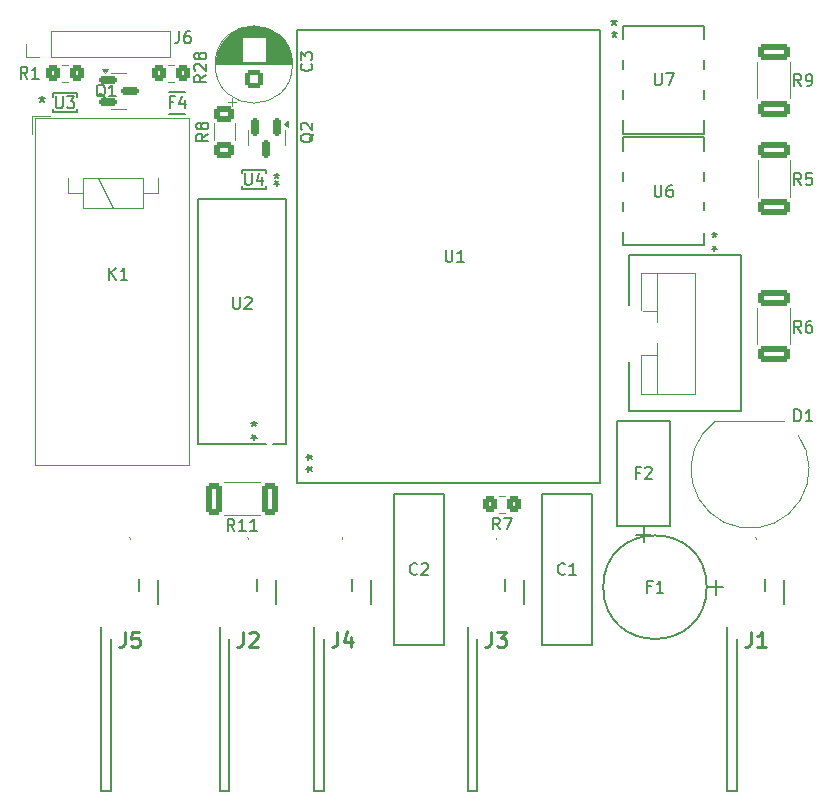
<source format=gto>
%TF.GenerationSoftware,KiCad,Pcbnew,9.0.4-9.0.4-0~ubuntu24.04.1*%
%TF.CreationDate,2025-08-23T17:14:42+02:00*%
%TF.ProjectId,hv_board,68765f62-6f61-4726-942e-6b696361645f,rev?*%
%TF.SameCoordinates,Original*%
%TF.FileFunction,Legend,Top*%
%TF.FilePolarity,Positive*%
%FSLAX46Y46*%
G04 Gerber Fmt 4.6, Leading zero omitted, Abs format (unit mm)*
G04 Created by KiCad (PCBNEW 9.0.4-9.0.4-0~ubuntu24.04.1) date 2025-08-23 17:14:42*
%MOMM*%
%LPD*%
G01*
G04 APERTURE LIST*
G04 Aperture macros list*
%AMRoundRect*
0 Rectangle with rounded corners*
0 $1 Rounding radius*
0 $2 $3 $4 $5 $6 $7 $8 $9 X,Y pos of 4 corners*
0 Add a 4 corners polygon primitive as box body*
4,1,4,$2,$3,$4,$5,$6,$7,$8,$9,$2,$3,0*
0 Add four circle primitives for the rounded corners*
1,1,$1+$1,$2,$3*
1,1,$1+$1,$4,$5*
1,1,$1+$1,$6,$7*
1,1,$1+$1,$8,$9*
0 Add four rect primitives between the rounded corners*
20,1,$1+$1,$2,$3,$4,$5,0*
20,1,$1+$1,$4,$5,$6,$7,0*
20,1,$1+$1,$6,$7,$8,$9,0*
20,1,$1+$1,$8,$9,$2,$3,0*%
G04 Aperture macros list end*
%ADD10C,0.150000*%
%ADD11C,0.254000*%
%ADD12C,0.152400*%
%ADD13C,0.120000*%
%ADD14C,0.200000*%
%ADD15C,0.100000*%
%ADD16C,1.549400*%
%ADD17RoundRect,0.249999X1.075001X-0.450001X1.075001X0.450001X-1.075001X0.450001X-1.075001X-0.450001X0*%
%ADD18R,1.625600X1.625600*%
%ADD19C,1.625600*%
%ADD20R,2.000000X2.000000*%
%ADD21O,2.000000X2.000000*%
%ADD22RoundRect,0.250000X-0.350000X-0.450000X0.350000X-0.450000X0.350000X0.450000X-0.350000X0.450000X0*%
%ADD23C,3.810000*%
%ADD24R,2.175000X2.175000*%
%ADD25C,2.175000*%
%ADD26C,1.270000*%
%ADD27R,0.711200X0.406400*%
%ADD28RoundRect,0.249999X0.450001X1.075001X-0.450001X1.075001X-0.450001X-1.075001X0.450001X-1.075001X0*%
%ADD29O,3.000000X2.000000*%
%ADD30R,2.000000X3.000000*%
%ADD31O,2.000000X3.000000*%
%ADD32RoundRect,0.250000X0.350000X0.450000X-0.350000X0.450000X-0.350000X-0.450000X0.350000X-0.450000X0*%
%ADD33RoundRect,0.150000X-0.587500X-0.150000X0.587500X-0.150000X0.587500X0.150000X-0.587500X0.150000X0*%
%ADD34R,0.965200X1.600200*%
%ADD35RoundRect,0.250000X0.625000X-0.400000X0.625000X0.400000X-0.625000X0.400000X-0.625000X-0.400000X0*%
%ADD36R,1.422400X1.422400*%
%ADD37C,1.422400*%
%ADD38R,1.320800X1.320800*%
%ADD39C,1.320800*%
%ADD40R,2.000000X1.905000*%
%ADD41O,2.000000X1.905000*%
%ADD42RoundRect,0.250000X0.550000X-0.550000X0.550000X0.550000X-0.550000X0.550000X-0.550000X-0.550000X0*%
%ADD43C,1.600000*%
%ADD44RoundRect,0.249999X-1.075001X0.450001X-1.075001X-0.450001X1.075001X-0.450001X1.075001X0.450001X0*%
%ADD45C,1.778000*%
%ADD46R,1.473200X1.473200*%
%ADD47C,1.473200*%
%ADD48R,1.350000X1.350000*%
%ADD49C,1.350000*%
%ADD50RoundRect,0.150000X-0.150000X0.587500X-0.150000X-0.587500X0.150000X-0.587500X0.150000X0.587500X0*%
G04 APERTURE END LIST*
D10*
X133238095Y-75954819D02*
X133238095Y-76764342D01*
X133238095Y-76764342D02*
X133285714Y-76859580D01*
X133285714Y-76859580D02*
X133333333Y-76907200D01*
X133333333Y-76907200D02*
X133428571Y-76954819D01*
X133428571Y-76954819D02*
X133619047Y-76954819D01*
X133619047Y-76954819D02*
X133714285Y-76907200D01*
X133714285Y-76907200D02*
X133761904Y-76859580D01*
X133761904Y-76859580D02*
X133809523Y-76764342D01*
X133809523Y-76764342D02*
X133809523Y-75954819D01*
X134238095Y-76050057D02*
X134285714Y-76002438D01*
X134285714Y-76002438D02*
X134380952Y-75954819D01*
X134380952Y-75954819D02*
X134619047Y-75954819D01*
X134619047Y-75954819D02*
X134714285Y-76002438D01*
X134714285Y-76002438D02*
X134761904Y-76050057D01*
X134761904Y-76050057D02*
X134809523Y-76145295D01*
X134809523Y-76145295D02*
X134809523Y-76240533D01*
X134809523Y-76240533D02*
X134761904Y-76383390D01*
X134761904Y-76383390D02*
X134190476Y-76954819D01*
X134190476Y-76954819D02*
X134809523Y-76954819D01*
X134999999Y-88045180D02*
X134999999Y-87807085D01*
X135238094Y-87902323D02*
X134999999Y-87807085D01*
X134999999Y-87807085D02*
X134761904Y-87902323D01*
X135142856Y-87616609D02*
X134999999Y-87807085D01*
X134999999Y-87807085D02*
X134857142Y-87616609D01*
X135000000Y-86454819D02*
X135000000Y-86692914D01*
X134761905Y-86597676D02*
X135000000Y-86692914D01*
X135000000Y-86692914D02*
X135238095Y-86597676D01*
X134857143Y-86883390D02*
X135000000Y-86692914D01*
X135000000Y-86692914D02*
X135142857Y-86883390D01*
X181333333Y-78954819D02*
X181000000Y-78478628D01*
X180761905Y-78954819D02*
X180761905Y-77954819D01*
X180761905Y-77954819D02*
X181142857Y-77954819D01*
X181142857Y-77954819D02*
X181238095Y-78002438D01*
X181238095Y-78002438D02*
X181285714Y-78050057D01*
X181285714Y-78050057D02*
X181333333Y-78145295D01*
X181333333Y-78145295D02*
X181333333Y-78288152D01*
X181333333Y-78288152D02*
X181285714Y-78383390D01*
X181285714Y-78383390D02*
X181238095Y-78431009D01*
X181238095Y-78431009D02*
X181142857Y-78478628D01*
X181142857Y-78478628D02*
X180761905Y-78478628D01*
X182190476Y-77954819D02*
X182000000Y-77954819D01*
X182000000Y-77954819D02*
X181904762Y-78002438D01*
X181904762Y-78002438D02*
X181857143Y-78050057D01*
X181857143Y-78050057D02*
X181761905Y-78192914D01*
X181761905Y-78192914D02*
X181714286Y-78383390D01*
X181714286Y-78383390D02*
X181714286Y-78764342D01*
X181714286Y-78764342D02*
X181761905Y-78859580D01*
X181761905Y-78859580D02*
X181809524Y-78907200D01*
X181809524Y-78907200D02*
X181904762Y-78954819D01*
X181904762Y-78954819D02*
X182095238Y-78954819D01*
X182095238Y-78954819D02*
X182190476Y-78907200D01*
X182190476Y-78907200D02*
X182238095Y-78859580D01*
X182238095Y-78859580D02*
X182285714Y-78764342D01*
X182285714Y-78764342D02*
X182285714Y-78526247D01*
X182285714Y-78526247D02*
X182238095Y-78431009D01*
X182238095Y-78431009D02*
X182190476Y-78383390D01*
X182190476Y-78383390D02*
X182095238Y-78335771D01*
X182095238Y-78335771D02*
X181904762Y-78335771D01*
X181904762Y-78335771D02*
X181809524Y-78383390D01*
X181809524Y-78383390D02*
X181761905Y-78431009D01*
X181761905Y-78431009D02*
X181714286Y-78526247D01*
X168626666Y-100431009D02*
X168293333Y-100431009D01*
X168293333Y-100954819D02*
X168293333Y-99954819D01*
X168293333Y-99954819D02*
X168769523Y-99954819D01*
X169674285Y-100954819D02*
X169102857Y-100954819D01*
X169388571Y-100954819D02*
X169388571Y-99954819D01*
X169388571Y-99954819D02*
X169293333Y-100097676D01*
X169293333Y-100097676D02*
X169198095Y-100192914D01*
X169198095Y-100192914D02*
X169102857Y-100240533D01*
X180761905Y-86454819D02*
X180761905Y-85454819D01*
X180761905Y-85454819D02*
X181000000Y-85454819D01*
X181000000Y-85454819D02*
X181142857Y-85502438D01*
X181142857Y-85502438D02*
X181238095Y-85597676D01*
X181238095Y-85597676D02*
X181285714Y-85692914D01*
X181285714Y-85692914D02*
X181333333Y-85883390D01*
X181333333Y-85883390D02*
X181333333Y-86026247D01*
X181333333Y-86026247D02*
X181285714Y-86216723D01*
X181285714Y-86216723D02*
X181238095Y-86311961D01*
X181238095Y-86311961D02*
X181142857Y-86407200D01*
X181142857Y-86407200D02*
X181000000Y-86454819D01*
X181000000Y-86454819D02*
X180761905Y-86454819D01*
X182285714Y-86454819D02*
X181714286Y-86454819D01*
X182000000Y-86454819D02*
X182000000Y-85454819D01*
X182000000Y-85454819D02*
X181904762Y-85597676D01*
X181904762Y-85597676D02*
X181809524Y-85692914D01*
X181809524Y-85692914D02*
X181714286Y-85740533D01*
X115833333Y-57454819D02*
X115500000Y-56978628D01*
X115261905Y-57454819D02*
X115261905Y-56454819D01*
X115261905Y-56454819D02*
X115642857Y-56454819D01*
X115642857Y-56454819D02*
X115738095Y-56502438D01*
X115738095Y-56502438D02*
X115785714Y-56550057D01*
X115785714Y-56550057D02*
X115833333Y-56645295D01*
X115833333Y-56645295D02*
X115833333Y-56788152D01*
X115833333Y-56788152D02*
X115785714Y-56883390D01*
X115785714Y-56883390D02*
X115738095Y-56931009D01*
X115738095Y-56931009D02*
X115642857Y-56978628D01*
X115642857Y-56978628D02*
X115261905Y-56978628D01*
X116785714Y-57454819D02*
X116214286Y-57454819D01*
X116500000Y-57454819D02*
X116500000Y-56454819D01*
X116500000Y-56454819D02*
X116404762Y-56597676D01*
X116404762Y-56597676D02*
X116309524Y-56692914D01*
X116309524Y-56692914D02*
X116214286Y-56740533D01*
X181333333Y-66454819D02*
X181000000Y-65978628D01*
X180761905Y-66454819D02*
X180761905Y-65454819D01*
X180761905Y-65454819D02*
X181142857Y-65454819D01*
X181142857Y-65454819D02*
X181238095Y-65502438D01*
X181238095Y-65502438D02*
X181285714Y-65550057D01*
X181285714Y-65550057D02*
X181333333Y-65645295D01*
X181333333Y-65645295D02*
X181333333Y-65788152D01*
X181333333Y-65788152D02*
X181285714Y-65883390D01*
X181285714Y-65883390D02*
X181238095Y-65931009D01*
X181238095Y-65931009D02*
X181142857Y-65978628D01*
X181142857Y-65978628D02*
X180761905Y-65978628D01*
X182238095Y-65454819D02*
X181761905Y-65454819D01*
X181761905Y-65454819D02*
X181714286Y-65931009D01*
X181714286Y-65931009D02*
X181761905Y-65883390D01*
X181761905Y-65883390D02*
X181857143Y-65835771D01*
X181857143Y-65835771D02*
X182095238Y-65835771D01*
X182095238Y-65835771D02*
X182190476Y-65883390D01*
X182190476Y-65883390D02*
X182238095Y-65931009D01*
X182238095Y-65931009D02*
X182285714Y-66026247D01*
X182285714Y-66026247D02*
X182285714Y-66264342D01*
X182285714Y-66264342D02*
X182238095Y-66359580D01*
X182238095Y-66359580D02*
X182190476Y-66407200D01*
X182190476Y-66407200D02*
X182095238Y-66454819D01*
X182095238Y-66454819D02*
X181857143Y-66454819D01*
X181857143Y-66454819D02*
X181761905Y-66407200D01*
X181761905Y-66407200D02*
X181714286Y-66359580D01*
D11*
X177076667Y-104304318D02*
X177076667Y-105211461D01*
X177076667Y-105211461D02*
X177016190Y-105392889D01*
X177016190Y-105392889D02*
X176895238Y-105513842D01*
X176895238Y-105513842D02*
X176713809Y-105574318D01*
X176713809Y-105574318D02*
X176592857Y-105574318D01*
X178346667Y-105574318D02*
X177620952Y-105574318D01*
X177983809Y-105574318D02*
X177983809Y-104304318D01*
X177983809Y-104304318D02*
X177862857Y-104485746D01*
X177862857Y-104485746D02*
X177741905Y-104606699D01*
X177741905Y-104606699D02*
X177620952Y-104667175D01*
D10*
X168948095Y-56994819D02*
X168948095Y-57804342D01*
X168948095Y-57804342D02*
X168995714Y-57899580D01*
X168995714Y-57899580D02*
X169043333Y-57947200D01*
X169043333Y-57947200D02*
X169138571Y-57994819D01*
X169138571Y-57994819D02*
X169329047Y-57994819D01*
X169329047Y-57994819D02*
X169424285Y-57947200D01*
X169424285Y-57947200D02*
X169471904Y-57899580D01*
X169471904Y-57899580D02*
X169519523Y-57804342D01*
X169519523Y-57804342D02*
X169519523Y-56994819D01*
X169900476Y-56994819D02*
X170567142Y-56994819D01*
X170567142Y-56994819D02*
X170138571Y-57994819D01*
X165520000Y-53454819D02*
X165520000Y-53692914D01*
X165281905Y-53597676D02*
X165520000Y-53692914D01*
X165520000Y-53692914D02*
X165758095Y-53597676D01*
X165377143Y-53883390D02*
X165520000Y-53692914D01*
X165520000Y-53692914D02*
X165662857Y-53883390D01*
X165500000Y-52454819D02*
X165500000Y-52692914D01*
X165261905Y-52597676D02*
X165500000Y-52692914D01*
X165500000Y-52692914D02*
X165738095Y-52597676D01*
X165357143Y-52883390D02*
X165500000Y-52692914D01*
X165500000Y-52692914D02*
X165642857Y-52883390D01*
D11*
X124076667Y-104304318D02*
X124076667Y-105211461D01*
X124076667Y-105211461D02*
X124016190Y-105392889D01*
X124016190Y-105392889D02*
X123895238Y-105513842D01*
X123895238Y-105513842D02*
X123713809Y-105574318D01*
X123713809Y-105574318D02*
X123592857Y-105574318D01*
X125286190Y-104304318D02*
X124681428Y-104304318D01*
X124681428Y-104304318D02*
X124620952Y-104909080D01*
X124620952Y-104909080D02*
X124681428Y-104848603D01*
X124681428Y-104848603D02*
X124802381Y-104788127D01*
X124802381Y-104788127D02*
X125104762Y-104788127D01*
X125104762Y-104788127D02*
X125225714Y-104848603D01*
X125225714Y-104848603D02*
X125286190Y-104909080D01*
X125286190Y-104909080D02*
X125346667Y-105030032D01*
X125346667Y-105030032D02*
X125346667Y-105332413D01*
X125346667Y-105332413D02*
X125286190Y-105453365D01*
X125286190Y-105453365D02*
X125225714Y-105513842D01*
X125225714Y-105513842D02*
X125104762Y-105574318D01*
X125104762Y-105574318D02*
X124802381Y-105574318D01*
X124802381Y-105574318D02*
X124681428Y-105513842D01*
X124681428Y-105513842D02*
X124620952Y-105453365D01*
D10*
X118238095Y-58954819D02*
X118238095Y-59764342D01*
X118238095Y-59764342D02*
X118285714Y-59859580D01*
X118285714Y-59859580D02*
X118333333Y-59907200D01*
X118333333Y-59907200D02*
X118428571Y-59954819D01*
X118428571Y-59954819D02*
X118619047Y-59954819D01*
X118619047Y-59954819D02*
X118714285Y-59907200D01*
X118714285Y-59907200D02*
X118761904Y-59859580D01*
X118761904Y-59859580D02*
X118809523Y-59764342D01*
X118809523Y-59764342D02*
X118809523Y-58954819D01*
X119190476Y-58954819D02*
X119809523Y-58954819D01*
X119809523Y-58954819D02*
X119476190Y-59335771D01*
X119476190Y-59335771D02*
X119619047Y-59335771D01*
X119619047Y-59335771D02*
X119714285Y-59383390D01*
X119714285Y-59383390D02*
X119761904Y-59431009D01*
X119761904Y-59431009D02*
X119809523Y-59526247D01*
X119809523Y-59526247D02*
X119809523Y-59764342D01*
X119809523Y-59764342D02*
X119761904Y-59859580D01*
X119761904Y-59859580D02*
X119714285Y-59907200D01*
X119714285Y-59907200D02*
X119619047Y-59954819D01*
X119619047Y-59954819D02*
X119333333Y-59954819D01*
X119333333Y-59954819D02*
X119238095Y-59907200D01*
X119238095Y-59907200D02*
X119190476Y-59859580D01*
X117069600Y-58954819D02*
X117069600Y-59192914D01*
X116831505Y-59097676D02*
X117069600Y-59192914D01*
X117069600Y-59192914D02*
X117307695Y-59097676D01*
X116926743Y-59383390D02*
X117069600Y-59192914D01*
X117069600Y-59192914D02*
X117212457Y-59383390D01*
X117069600Y-58954819D02*
X117069600Y-59192914D01*
X116831505Y-59097676D02*
X117069600Y-59192914D01*
X117069600Y-59192914D02*
X117307695Y-59097676D01*
X116926743Y-59383390D02*
X117069600Y-59192914D01*
X117069600Y-59192914D02*
X117212457Y-59383390D01*
X133357142Y-95734819D02*
X133023809Y-95258628D01*
X132785714Y-95734819D02*
X132785714Y-94734819D01*
X132785714Y-94734819D02*
X133166666Y-94734819D01*
X133166666Y-94734819D02*
X133261904Y-94782438D01*
X133261904Y-94782438D02*
X133309523Y-94830057D01*
X133309523Y-94830057D02*
X133357142Y-94925295D01*
X133357142Y-94925295D02*
X133357142Y-95068152D01*
X133357142Y-95068152D02*
X133309523Y-95163390D01*
X133309523Y-95163390D02*
X133261904Y-95211009D01*
X133261904Y-95211009D02*
X133166666Y-95258628D01*
X133166666Y-95258628D02*
X132785714Y-95258628D01*
X134309523Y-95734819D02*
X133738095Y-95734819D01*
X134023809Y-95734819D02*
X134023809Y-94734819D01*
X134023809Y-94734819D02*
X133928571Y-94877676D01*
X133928571Y-94877676D02*
X133833333Y-94972914D01*
X133833333Y-94972914D02*
X133738095Y-95020533D01*
X135261904Y-95734819D02*
X134690476Y-95734819D01*
X134976190Y-95734819D02*
X134976190Y-94734819D01*
X134976190Y-94734819D02*
X134880952Y-94877676D01*
X134880952Y-94877676D02*
X134785714Y-94972914D01*
X134785714Y-94972914D02*
X134690476Y-95020533D01*
X122761905Y-74454819D02*
X122761905Y-73454819D01*
X123333333Y-74454819D02*
X122904762Y-73883390D01*
X123333333Y-73454819D02*
X122761905Y-74026247D01*
X124285714Y-74454819D02*
X123714286Y-74454819D01*
X124000000Y-74454819D02*
X124000000Y-73454819D01*
X124000000Y-73454819D02*
X123904762Y-73597676D01*
X123904762Y-73597676D02*
X123809524Y-73692914D01*
X123809524Y-73692914D02*
X123714286Y-73740533D01*
X155833333Y-95604819D02*
X155500000Y-95128628D01*
X155261905Y-95604819D02*
X155261905Y-94604819D01*
X155261905Y-94604819D02*
X155642857Y-94604819D01*
X155642857Y-94604819D02*
X155738095Y-94652438D01*
X155738095Y-94652438D02*
X155785714Y-94700057D01*
X155785714Y-94700057D02*
X155833333Y-94795295D01*
X155833333Y-94795295D02*
X155833333Y-94938152D01*
X155833333Y-94938152D02*
X155785714Y-95033390D01*
X155785714Y-95033390D02*
X155738095Y-95081009D01*
X155738095Y-95081009D02*
X155642857Y-95128628D01*
X155642857Y-95128628D02*
X155261905Y-95128628D01*
X156166667Y-94604819D02*
X156833333Y-94604819D01*
X156833333Y-94604819D02*
X156404762Y-95604819D01*
X122404761Y-59050057D02*
X122309523Y-59002438D01*
X122309523Y-59002438D02*
X122214285Y-58907200D01*
X122214285Y-58907200D02*
X122071428Y-58764342D01*
X122071428Y-58764342D02*
X121976190Y-58716723D01*
X121976190Y-58716723D02*
X121880952Y-58716723D01*
X121928571Y-58954819D02*
X121833333Y-58907200D01*
X121833333Y-58907200D02*
X121738095Y-58811961D01*
X121738095Y-58811961D02*
X121690476Y-58621485D01*
X121690476Y-58621485D02*
X121690476Y-58288152D01*
X121690476Y-58288152D02*
X121738095Y-58097676D01*
X121738095Y-58097676D02*
X121833333Y-58002438D01*
X121833333Y-58002438D02*
X121928571Y-57954819D01*
X121928571Y-57954819D02*
X122119047Y-57954819D01*
X122119047Y-57954819D02*
X122214285Y-58002438D01*
X122214285Y-58002438D02*
X122309523Y-58097676D01*
X122309523Y-58097676D02*
X122357142Y-58288152D01*
X122357142Y-58288152D02*
X122357142Y-58621485D01*
X122357142Y-58621485D02*
X122309523Y-58811961D01*
X122309523Y-58811961D02*
X122214285Y-58907200D01*
X122214285Y-58907200D02*
X122119047Y-58954819D01*
X122119047Y-58954819D02*
X121928571Y-58954819D01*
X123309523Y-58954819D02*
X122738095Y-58954819D01*
X123023809Y-58954819D02*
X123023809Y-57954819D01*
X123023809Y-57954819D02*
X122928571Y-58097676D01*
X122928571Y-58097676D02*
X122833333Y-58192914D01*
X122833333Y-58192914D02*
X122738095Y-58240533D01*
X128193466Y-59431009D02*
X127860133Y-59431009D01*
X127860133Y-59954819D02*
X127860133Y-58954819D01*
X127860133Y-58954819D02*
X128336323Y-58954819D01*
X129145847Y-59288152D02*
X129145847Y-59954819D01*
X128907752Y-58907200D02*
X128669657Y-59621485D01*
X128669657Y-59621485D02*
X129288704Y-59621485D01*
X131124819Y-62116666D02*
X130648628Y-62449999D01*
X131124819Y-62688094D02*
X130124819Y-62688094D01*
X130124819Y-62688094D02*
X130124819Y-62307142D01*
X130124819Y-62307142D02*
X130172438Y-62211904D01*
X130172438Y-62211904D02*
X130220057Y-62164285D01*
X130220057Y-62164285D02*
X130315295Y-62116666D01*
X130315295Y-62116666D02*
X130458152Y-62116666D01*
X130458152Y-62116666D02*
X130553390Y-62164285D01*
X130553390Y-62164285D02*
X130601009Y-62211904D01*
X130601009Y-62211904D02*
X130648628Y-62307142D01*
X130648628Y-62307142D02*
X130648628Y-62688094D01*
X130553390Y-61545237D02*
X130505771Y-61640475D01*
X130505771Y-61640475D02*
X130458152Y-61688094D01*
X130458152Y-61688094D02*
X130362914Y-61735713D01*
X130362914Y-61735713D02*
X130315295Y-61735713D01*
X130315295Y-61735713D02*
X130220057Y-61688094D01*
X130220057Y-61688094D02*
X130172438Y-61640475D01*
X130172438Y-61640475D02*
X130124819Y-61545237D01*
X130124819Y-61545237D02*
X130124819Y-61354761D01*
X130124819Y-61354761D02*
X130172438Y-61259523D01*
X130172438Y-61259523D02*
X130220057Y-61211904D01*
X130220057Y-61211904D02*
X130315295Y-61164285D01*
X130315295Y-61164285D02*
X130362914Y-61164285D01*
X130362914Y-61164285D02*
X130458152Y-61211904D01*
X130458152Y-61211904D02*
X130505771Y-61259523D01*
X130505771Y-61259523D02*
X130553390Y-61354761D01*
X130553390Y-61354761D02*
X130553390Y-61545237D01*
X130553390Y-61545237D02*
X130601009Y-61640475D01*
X130601009Y-61640475D02*
X130648628Y-61688094D01*
X130648628Y-61688094D02*
X130743866Y-61735713D01*
X130743866Y-61735713D02*
X130934342Y-61735713D01*
X130934342Y-61735713D02*
X131029580Y-61688094D01*
X131029580Y-61688094D02*
X131077200Y-61640475D01*
X131077200Y-61640475D02*
X131124819Y-61545237D01*
X131124819Y-61545237D02*
X131124819Y-61354761D01*
X131124819Y-61354761D02*
X131077200Y-61259523D01*
X131077200Y-61259523D02*
X131029580Y-61211904D01*
X131029580Y-61211904D02*
X130934342Y-61164285D01*
X130934342Y-61164285D02*
X130743866Y-61164285D01*
X130743866Y-61164285D02*
X130648628Y-61211904D01*
X130648628Y-61211904D02*
X130601009Y-61259523D01*
X130601009Y-61259523D02*
X130553390Y-61354761D01*
D11*
X155076667Y-104304318D02*
X155076667Y-105211461D01*
X155076667Y-105211461D02*
X155016190Y-105392889D01*
X155016190Y-105392889D02*
X154895238Y-105513842D01*
X154895238Y-105513842D02*
X154713809Y-105574318D01*
X154713809Y-105574318D02*
X154592857Y-105574318D01*
X155560476Y-104304318D02*
X156346667Y-104304318D01*
X156346667Y-104304318D02*
X155923333Y-104788127D01*
X155923333Y-104788127D02*
X156104762Y-104788127D01*
X156104762Y-104788127D02*
X156225714Y-104848603D01*
X156225714Y-104848603D02*
X156286190Y-104909080D01*
X156286190Y-104909080D02*
X156346667Y-105030032D01*
X156346667Y-105030032D02*
X156346667Y-105332413D01*
X156346667Y-105332413D02*
X156286190Y-105453365D01*
X156286190Y-105453365D02*
X156225714Y-105513842D01*
X156225714Y-105513842D02*
X156104762Y-105574318D01*
X156104762Y-105574318D02*
X155741905Y-105574318D01*
X155741905Y-105574318D02*
X155620952Y-105513842D01*
X155620952Y-105513842D02*
X155560476Y-105453365D01*
D10*
X148833333Y-99359580D02*
X148785714Y-99407200D01*
X148785714Y-99407200D02*
X148642857Y-99454819D01*
X148642857Y-99454819D02*
X148547619Y-99454819D01*
X148547619Y-99454819D02*
X148404762Y-99407200D01*
X148404762Y-99407200D02*
X148309524Y-99311961D01*
X148309524Y-99311961D02*
X148261905Y-99216723D01*
X148261905Y-99216723D02*
X148214286Y-99026247D01*
X148214286Y-99026247D02*
X148214286Y-98883390D01*
X148214286Y-98883390D02*
X148261905Y-98692914D01*
X148261905Y-98692914D02*
X148309524Y-98597676D01*
X148309524Y-98597676D02*
X148404762Y-98502438D01*
X148404762Y-98502438D02*
X148547619Y-98454819D01*
X148547619Y-98454819D02*
X148642857Y-98454819D01*
X148642857Y-98454819D02*
X148785714Y-98502438D01*
X148785714Y-98502438D02*
X148833333Y-98550057D01*
X149214286Y-98550057D02*
X149261905Y-98502438D01*
X149261905Y-98502438D02*
X149357143Y-98454819D01*
X149357143Y-98454819D02*
X149595238Y-98454819D01*
X149595238Y-98454819D02*
X149690476Y-98502438D01*
X149690476Y-98502438D02*
X149738095Y-98550057D01*
X149738095Y-98550057D02*
X149785714Y-98645295D01*
X149785714Y-98645295D02*
X149785714Y-98740533D01*
X149785714Y-98740533D02*
X149738095Y-98883390D01*
X149738095Y-98883390D02*
X149166667Y-99454819D01*
X149166667Y-99454819D02*
X149785714Y-99454819D01*
X168928095Y-66454819D02*
X168928095Y-67264342D01*
X168928095Y-67264342D02*
X168975714Y-67359580D01*
X168975714Y-67359580D02*
X169023333Y-67407200D01*
X169023333Y-67407200D02*
X169118571Y-67454819D01*
X169118571Y-67454819D02*
X169309047Y-67454819D01*
X169309047Y-67454819D02*
X169404285Y-67407200D01*
X169404285Y-67407200D02*
X169451904Y-67359580D01*
X169451904Y-67359580D02*
X169499523Y-67264342D01*
X169499523Y-67264342D02*
X169499523Y-66454819D01*
X170404285Y-66454819D02*
X170213809Y-66454819D01*
X170213809Y-66454819D02*
X170118571Y-66502438D01*
X170118571Y-66502438D02*
X170070952Y-66550057D01*
X170070952Y-66550057D02*
X169975714Y-66692914D01*
X169975714Y-66692914D02*
X169928095Y-66883390D01*
X169928095Y-66883390D02*
X169928095Y-67264342D01*
X169928095Y-67264342D02*
X169975714Y-67359580D01*
X169975714Y-67359580D02*
X170023333Y-67407200D01*
X170023333Y-67407200D02*
X170118571Y-67454819D01*
X170118571Y-67454819D02*
X170309047Y-67454819D01*
X170309047Y-67454819D02*
X170404285Y-67407200D01*
X170404285Y-67407200D02*
X170451904Y-67359580D01*
X170451904Y-67359580D02*
X170499523Y-67264342D01*
X170499523Y-67264342D02*
X170499523Y-67026247D01*
X170499523Y-67026247D02*
X170451904Y-66931009D01*
X170451904Y-66931009D02*
X170404285Y-66883390D01*
X170404285Y-66883390D02*
X170309047Y-66835771D01*
X170309047Y-66835771D02*
X170118571Y-66835771D01*
X170118571Y-66835771D02*
X170023333Y-66883390D01*
X170023333Y-66883390D02*
X169975714Y-66931009D01*
X169975714Y-66931009D02*
X169928095Y-67026247D01*
X173999999Y-72045180D02*
X173999999Y-71807085D01*
X174238094Y-71902323D02*
X173999999Y-71807085D01*
X173999999Y-71807085D02*
X173761904Y-71902323D01*
X174142856Y-71616609D02*
X173999999Y-71807085D01*
X173999999Y-71807085D02*
X173857142Y-71616609D01*
X174000000Y-70417219D02*
X174000000Y-70655314D01*
X173761905Y-70560076D02*
X174000000Y-70655314D01*
X174000000Y-70655314D02*
X174238095Y-70560076D01*
X173857143Y-70845790D02*
X174000000Y-70655314D01*
X174000000Y-70655314D02*
X174142857Y-70845790D01*
D11*
X134076667Y-104304318D02*
X134076667Y-105211461D01*
X134076667Y-105211461D02*
X134016190Y-105392889D01*
X134016190Y-105392889D02*
X133895238Y-105513842D01*
X133895238Y-105513842D02*
X133713809Y-105574318D01*
X133713809Y-105574318D02*
X133592857Y-105574318D01*
X134620952Y-104425270D02*
X134681428Y-104364794D01*
X134681428Y-104364794D02*
X134802381Y-104304318D01*
X134802381Y-104304318D02*
X135104762Y-104304318D01*
X135104762Y-104304318D02*
X135225714Y-104364794D01*
X135225714Y-104364794D02*
X135286190Y-104425270D01*
X135286190Y-104425270D02*
X135346667Y-104546222D01*
X135346667Y-104546222D02*
X135346667Y-104667175D01*
X135346667Y-104667175D02*
X135286190Y-104848603D01*
X135286190Y-104848603D02*
X134560476Y-105574318D01*
X134560476Y-105574318D02*
X135346667Y-105574318D01*
D10*
X167450057Y-79095238D02*
X167402438Y-79190476D01*
X167402438Y-79190476D02*
X167307200Y-79285714D01*
X167307200Y-79285714D02*
X167164342Y-79428571D01*
X167164342Y-79428571D02*
X167116723Y-79523809D01*
X167116723Y-79523809D02*
X167116723Y-79619047D01*
X167354819Y-79571428D02*
X167307200Y-79666666D01*
X167307200Y-79666666D02*
X167211961Y-79761904D01*
X167211961Y-79761904D02*
X167021485Y-79809523D01*
X167021485Y-79809523D02*
X166688152Y-79809523D01*
X166688152Y-79809523D02*
X166497676Y-79761904D01*
X166497676Y-79761904D02*
X166402438Y-79666666D01*
X166402438Y-79666666D02*
X166354819Y-79571428D01*
X166354819Y-79571428D02*
X166354819Y-79380952D01*
X166354819Y-79380952D02*
X166402438Y-79285714D01*
X166402438Y-79285714D02*
X166497676Y-79190476D01*
X166497676Y-79190476D02*
X166688152Y-79142857D01*
X166688152Y-79142857D02*
X167021485Y-79142857D01*
X167021485Y-79142857D02*
X167211961Y-79190476D01*
X167211961Y-79190476D02*
X167307200Y-79285714D01*
X167307200Y-79285714D02*
X167354819Y-79380952D01*
X167354819Y-79380952D02*
X167354819Y-79571428D01*
X166688152Y-78285714D02*
X167354819Y-78285714D01*
X166307200Y-78523809D02*
X167021485Y-78761904D01*
X167021485Y-78761904D02*
X167021485Y-78142857D01*
X139859580Y-56166666D02*
X139907200Y-56214285D01*
X139907200Y-56214285D02*
X139954819Y-56357142D01*
X139954819Y-56357142D02*
X139954819Y-56452380D01*
X139954819Y-56452380D02*
X139907200Y-56595237D01*
X139907200Y-56595237D02*
X139811961Y-56690475D01*
X139811961Y-56690475D02*
X139716723Y-56738094D01*
X139716723Y-56738094D02*
X139526247Y-56785713D01*
X139526247Y-56785713D02*
X139383390Y-56785713D01*
X139383390Y-56785713D02*
X139192914Y-56738094D01*
X139192914Y-56738094D02*
X139097676Y-56690475D01*
X139097676Y-56690475D02*
X139002438Y-56595237D01*
X139002438Y-56595237D02*
X138954819Y-56452380D01*
X138954819Y-56452380D02*
X138954819Y-56357142D01*
X138954819Y-56357142D02*
X139002438Y-56214285D01*
X139002438Y-56214285D02*
X139050057Y-56166666D01*
X138954819Y-55833332D02*
X138954819Y-55214285D01*
X138954819Y-55214285D02*
X139335771Y-55547618D01*
X139335771Y-55547618D02*
X139335771Y-55404761D01*
X139335771Y-55404761D02*
X139383390Y-55309523D01*
X139383390Y-55309523D02*
X139431009Y-55261904D01*
X139431009Y-55261904D02*
X139526247Y-55214285D01*
X139526247Y-55214285D02*
X139764342Y-55214285D01*
X139764342Y-55214285D02*
X139859580Y-55261904D01*
X139859580Y-55261904D02*
X139907200Y-55309523D01*
X139907200Y-55309523D02*
X139954819Y-55404761D01*
X139954819Y-55404761D02*
X139954819Y-55690475D01*
X139954819Y-55690475D02*
X139907200Y-55785713D01*
X139907200Y-55785713D02*
X139859580Y-55833332D01*
X181333333Y-58054819D02*
X181000000Y-57578628D01*
X180761905Y-58054819D02*
X180761905Y-57054819D01*
X180761905Y-57054819D02*
X181142857Y-57054819D01*
X181142857Y-57054819D02*
X181238095Y-57102438D01*
X181238095Y-57102438D02*
X181285714Y-57150057D01*
X181285714Y-57150057D02*
X181333333Y-57245295D01*
X181333333Y-57245295D02*
X181333333Y-57388152D01*
X181333333Y-57388152D02*
X181285714Y-57483390D01*
X181285714Y-57483390D02*
X181238095Y-57531009D01*
X181238095Y-57531009D02*
X181142857Y-57578628D01*
X181142857Y-57578628D02*
X180761905Y-57578628D01*
X181809524Y-58054819D02*
X182000000Y-58054819D01*
X182000000Y-58054819D02*
X182095238Y-58007200D01*
X182095238Y-58007200D02*
X182142857Y-57959580D01*
X182142857Y-57959580D02*
X182238095Y-57816723D01*
X182238095Y-57816723D02*
X182285714Y-57626247D01*
X182285714Y-57626247D02*
X182285714Y-57245295D01*
X182285714Y-57245295D02*
X182238095Y-57150057D01*
X182238095Y-57150057D02*
X182190476Y-57102438D01*
X182190476Y-57102438D02*
X182095238Y-57054819D01*
X182095238Y-57054819D02*
X181904762Y-57054819D01*
X181904762Y-57054819D02*
X181809524Y-57102438D01*
X181809524Y-57102438D02*
X181761905Y-57150057D01*
X181761905Y-57150057D02*
X181714286Y-57245295D01*
X181714286Y-57245295D02*
X181714286Y-57483390D01*
X181714286Y-57483390D02*
X181761905Y-57578628D01*
X181761905Y-57578628D02*
X181809524Y-57626247D01*
X181809524Y-57626247D02*
X181904762Y-57673866D01*
X181904762Y-57673866D02*
X182095238Y-57673866D01*
X182095238Y-57673866D02*
X182190476Y-57626247D01*
X182190476Y-57626247D02*
X182238095Y-57578628D01*
X182238095Y-57578628D02*
X182285714Y-57483390D01*
D11*
X142076667Y-104304318D02*
X142076667Y-105211461D01*
X142076667Y-105211461D02*
X142016190Y-105392889D01*
X142016190Y-105392889D02*
X141895238Y-105513842D01*
X141895238Y-105513842D02*
X141713809Y-105574318D01*
X141713809Y-105574318D02*
X141592857Y-105574318D01*
X143225714Y-104727651D02*
X143225714Y-105574318D01*
X142923333Y-104243842D02*
X142620952Y-105150984D01*
X142620952Y-105150984D02*
X143407143Y-105150984D01*
D10*
X130954819Y-57142857D02*
X130478628Y-57476190D01*
X130954819Y-57714285D02*
X129954819Y-57714285D01*
X129954819Y-57714285D02*
X129954819Y-57333333D01*
X129954819Y-57333333D02*
X130002438Y-57238095D01*
X130002438Y-57238095D02*
X130050057Y-57190476D01*
X130050057Y-57190476D02*
X130145295Y-57142857D01*
X130145295Y-57142857D02*
X130288152Y-57142857D01*
X130288152Y-57142857D02*
X130383390Y-57190476D01*
X130383390Y-57190476D02*
X130431009Y-57238095D01*
X130431009Y-57238095D02*
X130478628Y-57333333D01*
X130478628Y-57333333D02*
X130478628Y-57714285D01*
X130050057Y-56761904D02*
X130002438Y-56714285D01*
X130002438Y-56714285D02*
X129954819Y-56619047D01*
X129954819Y-56619047D02*
X129954819Y-56380952D01*
X129954819Y-56380952D02*
X130002438Y-56285714D01*
X130002438Y-56285714D02*
X130050057Y-56238095D01*
X130050057Y-56238095D02*
X130145295Y-56190476D01*
X130145295Y-56190476D02*
X130240533Y-56190476D01*
X130240533Y-56190476D02*
X130383390Y-56238095D01*
X130383390Y-56238095D02*
X130954819Y-56809523D01*
X130954819Y-56809523D02*
X130954819Y-56190476D01*
X130383390Y-55619047D02*
X130335771Y-55714285D01*
X130335771Y-55714285D02*
X130288152Y-55761904D01*
X130288152Y-55761904D02*
X130192914Y-55809523D01*
X130192914Y-55809523D02*
X130145295Y-55809523D01*
X130145295Y-55809523D02*
X130050057Y-55761904D01*
X130050057Y-55761904D02*
X130002438Y-55714285D01*
X130002438Y-55714285D02*
X129954819Y-55619047D01*
X129954819Y-55619047D02*
X129954819Y-55428571D01*
X129954819Y-55428571D02*
X130002438Y-55333333D01*
X130002438Y-55333333D02*
X130050057Y-55285714D01*
X130050057Y-55285714D02*
X130145295Y-55238095D01*
X130145295Y-55238095D02*
X130192914Y-55238095D01*
X130192914Y-55238095D02*
X130288152Y-55285714D01*
X130288152Y-55285714D02*
X130335771Y-55333333D01*
X130335771Y-55333333D02*
X130383390Y-55428571D01*
X130383390Y-55428571D02*
X130383390Y-55619047D01*
X130383390Y-55619047D02*
X130431009Y-55714285D01*
X130431009Y-55714285D02*
X130478628Y-55761904D01*
X130478628Y-55761904D02*
X130573866Y-55809523D01*
X130573866Y-55809523D02*
X130764342Y-55809523D01*
X130764342Y-55809523D02*
X130859580Y-55761904D01*
X130859580Y-55761904D02*
X130907200Y-55714285D01*
X130907200Y-55714285D02*
X130954819Y-55619047D01*
X130954819Y-55619047D02*
X130954819Y-55428571D01*
X130954819Y-55428571D02*
X130907200Y-55333333D01*
X130907200Y-55333333D02*
X130859580Y-55285714D01*
X130859580Y-55285714D02*
X130764342Y-55238095D01*
X130764342Y-55238095D02*
X130573866Y-55238095D01*
X130573866Y-55238095D02*
X130478628Y-55285714D01*
X130478628Y-55285714D02*
X130431009Y-55333333D01*
X130431009Y-55333333D02*
X130383390Y-55428571D01*
X161333333Y-99359580D02*
X161285714Y-99407200D01*
X161285714Y-99407200D02*
X161142857Y-99454819D01*
X161142857Y-99454819D02*
X161047619Y-99454819D01*
X161047619Y-99454819D02*
X160904762Y-99407200D01*
X160904762Y-99407200D02*
X160809524Y-99311961D01*
X160809524Y-99311961D02*
X160761905Y-99216723D01*
X160761905Y-99216723D02*
X160714286Y-99026247D01*
X160714286Y-99026247D02*
X160714286Y-98883390D01*
X160714286Y-98883390D02*
X160761905Y-98692914D01*
X160761905Y-98692914D02*
X160809524Y-98597676D01*
X160809524Y-98597676D02*
X160904762Y-98502438D01*
X160904762Y-98502438D02*
X161047619Y-98454819D01*
X161047619Y-98454819D02*
X161142857Y-98454819D01*
X161142857Y-98454819D02*
X161285714Y-98502438D01*
X161285714Y-98502438D02*
X161333333Y-98550057D01*
X162285714Y-99454819D02*
X161714286Y-99454819D01*
X162000000Y-99454819D02*
X162000000Y-98454819D01*
X162000000Y-98454819D02*
X161904762Y-98597676D01*
X161904762Y-98597676D02*
X161809524Y-98692914D01*
X161809524Y-98692914D02*
X161714286Y-98740533D01*
X151238095Y-71954819D02*
X151238095Y-72764342D01*
X151238095Y-72764342D02*
X151285714Y-72859580D01*
X151285714Y-72859580D02*
X151333333Y-72907200D01*
X151333333Y-72907200D02*
X151428571Y-72954819D01*
X151428571Y-72954819D02*
X151619047Y-72954819D01*
X151619047Y-72954819D02*
X151714285Y-72907200D01*
X151714285Y-72907200D02*
X151761904Y-72859580D01*
X151761904Y-72859580D02*
X151809523Y-72764342D01*
X151809523Y-72764342D02*
X151809523Y-71954819D01*
X152809523Y-72954819D02*
X152238095Y-72954819D01*
X152523809Y-72954819D02*
X152523809Y-71954819D01*
X152523809Y-71954819D02*
X152428571Y-72097676D01*
X152428571Y-72097676D02*
X152333333Y-72192914D01*
X152333333Y-72192914D02*
X152238095Y-72240533D01*
X139454819Y-90499999D02*
X139692914Y-90499999D01*
X139597676Y-90738094D02*
X139692914Y-90499999D01*
X139692914Y-90499999D02*
X139597676Y-90261904D01*
X139883390Y-90642856D02*
X139692914Y-90499999D01*
X139692914Y-90499999D02*
X139883390Y-90357142D01*
X139454819Y-89499999D02*
X139692914Y-89499999D01*
X139597676Y-89738094D02*
X139692914Y-89499999D01*
X139692914Y-89499999D02*
X139597676Y-89261904D01*
X139883390Y-89642856D02*
X139692914Y-89499999D01*
X139692914Y-89499999D02*
X139883390Y-89357142D01*
X167666666Y-90796009D02*
X167333333Y-90796009D01*
X167333333Y-91319819D02*
X167333333Y-90319819D01*
X167333333Y-90319819D02*
X167809523Y-90319819D01*
X168142857Y-90415057D02*
X168190476Y-90367438D01*
X168190476Y-90367438D02*
X168285714Y-90319819D01*
X168285714Y-90319819D02*
X168523809Y-90319819D01*
X168523809Y-90319819D02*
X168619047Y-90367438D01*
X168619047Y-90367438D02*
X168666666Y-90415057D01*
X168666666Y-90415057D02*
X168714285Y-90510295D01*
X168714285Y-90510295D02*
X168714285Y-90605533D01*
X168714285Y-90605533D02*
X168666666Y-90748390D01*
X168666666Y-90748390D02*
X168095238Y-91319819D01*
X168095238Y-91319819D02*
X168714285Y-91319819D01*
X128666666Y-53454819D02*
X128666666Y-54169104D01*
X128666666Y-54169104D02*
X128619047Y-54311961D01*
X128619047Y-54311961D02*
X128523809Y-54407200D01*
X128523809Y-54407200D02*
X128380952Y-54454819D01*
X128380952Y-54454819D02*
X128285714Y-54454819D01*
X129571428Y-53454819D02*
X129380952Y-53454819D01*
X129380952Y-53454819D02*
X129285714Y-53502438D01*
X129285714Y-53502438D02*
X129238095Y-53550057D01*
X129238095Y-53550057D02*
X129142857Y-53692914D01*
X129142857Y-53692914D02*
X129095238Y-53883390D01*
X129095238Y-53883390D02*
X129095238Y-54264342D01*
X129095238Y-54264342D02*
X129142857Y-54359580D01*
X129142857Y-54359580D02*
X129190476Y-54407200D01*
X129190476Y-54407200D02*
X129285714Y-54454819D01*
X129285714Y-54454819D02*
X129476190Y-54454819D01*
X129476190Y-54454819D02*
X129571428Y-54407200D01*
X129571428Y-54407200D02*
X129619047Y-54359580D01*
X129619047Y-54359580D02*
X129666666Y-54264342D01*
X129666666Y-54264342D02*
X129666666Y-54026247D01*
X129666666Y-54026247D02*
X129619047Y-53931009D01*
X129619047Y-53931009D02*
X129571428Y-53883390D01*
X129571428Y-53883390D02*
X129476190Y-53835771D01*
X129476190Y-53835771D02*
X129285714Y-53835771D01*
X129285714Y-53835771D02*
X129190476Y-53883390D01*
X129190476Y-53883390D02*
X129142857Y-53931009D01*
X129142857Y-53931009D02*
X129095238Y-54026247D01*
X134238095Y-65454819D02*
X134238095Y-66264342D01*
X134238095Y-66264342D02*
X134285714Y-66359580D01*
X134285714Y-66359580D02*
X134333333Y-66407200D01*
X134333333Y-66407200D02*
X134428571Y-66454819D01*
X134428571Y-66454819D02*
X134619047Y-66454819D01*
X134619047Y-66454819D02*
X134714285Y-66407200D01*
X134714285Y-66407200D02*
X134761904Y-66359580D01*
X134761904Y-66359580D02*
X134809523Y-66264342D01*
X134809523Y-66264342D02*
X134809523Y-65454819D01*
X135714285Y-65788152D02*
X135714285Y-66454819D01*
X135476190Y-65407200D02*
X135238095Y-66121485D01*
X135238095Y-66121485D02*
X135857142Y-66121485D01*
X136930400Y-65454819D02*
X136930400Y-65692914D01*
X136692305Y-65597676D02*
X136930400Y-65692914D01*
X136930400Y-65692914D02*
X137168495Y-65597676D01*
X136787543Y-65883390D02*
X136930400Y-65692914D01*
X136930400Y-65692914D02*
X137073257Y-65883390D01*
X136930399Y-66545180D02*
X136930399Y-66307085D01*
X137168494Y-66402323D02*
X136930399Y-66307085D01*
X136930399Y-66307085D02*
X136692304Y-66402323D01*
X137073256Y-66116609D02*
X136930399Y-66307085D01*
X136930399Y-66307085D02*
X136787542Y-66116609D01*
X140050057Y-62095238D02*
X140002438Y-62190476D01*
X140002438Y-62190476D02*
X139907200Y-62285714D01*
X139907200Y-62285714D02*
X139764342Y-62428571D01*
X139764342Y-62428571D02*
X139716723Y-62523809D01*
X139716723Y-62523809D02*
X139716723Y-62619047D01*
X139954819Y-62571428D02*
X139907200Y-62666666D01*
X139907200Y-62666666D02*
X139811961Y-62761904D01*
X139811961Y-62761904D02*
X139621485Y-62809523D01*
X139621485Y-62809523D02*
X139288152Y-62809523D01*
X139288152Y-62809523D02*
X139097676Y-62761904D01*
X139097676Y-62761904D02*
X139002438Y-62666666D01*
X139002438Y-62666666D02*
X138954819Y-62571428D01*
X138954819Y-62571428D02*
X138954819Y-62380952D01*
X138954819Y-62380952D02*
X139002438Y-62285714D01*
X139002438Y-62285714D02*
X139097676Y-62190476D01*
X139097676Y-62190476D02*
X139288152Y-62142857D01*
X139288152Y-62142857D02*
X139621485Y-62142857D01*
X139621485Y-62142857D02*
X139811961Y-62190476D01*
X139811961Y-62190476D02*
X139907200Y-62285714D01*
X139907200Y-62285714D02*
X139954819Y-62380952D01*
X139954819Y-62380952D02*
X139954819Y-62571428D01*
X139050057Y-61761904D02*
X139002438Y-61714285D01*
X139002438Y-61714285D02*
X138954819Y-61619047D01*
X138954819Y-61619047D02*
X138954819Y-61380952D01*
X138954819Y-61380952D02*
X139002438Y-61285714D01*
X139002438Y-61285714D02*
X139050057Y-61238095D01*
X139050057Y-61238095D02*
X139145295Y-61190476D01*
X139145295Y-61190476D02*
X139240533Y-61190476D01*
X139240533Y-61190476D02*
X139383390Y-61238095D01*
X139383390Y-61238095D02*
X139954819Y-61809523D01*
X139954819Y-61809523D02*
X139954819Y-61190476D01*
D12*
%TO.C,U2*%
X130266200Y-67624100D02*
X130266200Y-88375900D01*
X130266200Y-88375900D02*
X136052244Y-88375900D01*
X136646756Y-88375900D02*
X137733800Y-88375900D01*
X137733800Y-67624100D02*
X130266200Y-67624100D01*
X137733800Y-88375900D02*
X137733800Y-67624100D01*
D13*
%TO.C,R6*%
X177640000Y-79927064D02*
X177640000Y-76872936D01*
X180360000Y-79927064D02*
X180360000Y-76872936D01*
D12*
%TO.C,F1*%
X174103500Y-101135000D02*
X174103500Y-99865000D01*
X174738500Y-100500000D02*
X173468500Y-100500000D01*
X173341500Y-100500000D02*
G75*
G02*
X164578500Y-100500000I-4381500J0D01*
G01*
X164578500Y-100500000D02*
G75*
G02*
X173341500Y-100500000I4381500J0D01*
G01*
D13*
%TO.C,D1*%
X179926000Y-86451000D02*
X174084000Y-86451000D01*
X181069000Y-87594000D02*
G75*
G02*
X174084000Y-86451000I-4064000J-2921000D01*
G01*
%TO.C,R1*%
X118772936Y-56265000D02*
X119227064Y-56265000D01*
X118772936Y-57735000D02*
X119227064Y-57735000D01*
%TO.C,R5*%
X177685000Y-67427064D02*
X177685000Y-64372936D01*
X180405000Y-67427064D02*
X180405000Y-64372936D01*
D14*
%TO.C,H1*%
X166765000Y-72395000D02*
X166765000Y-76600000D01*
X166765000Y-81400000D02*
X166765000Y-85605000D01*
X166765000Y-85605000D02*
X176285000Y-85605000D01*
X176285000Y-72395000D02*
X166765000Y-72395000D01*
X176285000Y-85605000D02*
X176285000Y-72395000D01*
%TO.C,J1*%
X175100000Y-117800000D02*
X175100000Y-103900000D01*
X175900000Y-104900000D02*
X175900000Y-117800000D01*
X175900000Y-117800000D02*
X175100000Y-117800000D01*
D15*
X177500000Y-96300000D02*
X177500000Y-96300000D01*
X177500000Y-96400000D02*
X177500000Y-96400000D01*
D14*
X178300000Y-99800000D02*
X178300000Y-100800000D01*
X179900000Y-99900000D02*
X179900000Y-101900000D01*
D15*
X177500000Y-96300000D02*
G75*
G02*
X177500000Y-96400000I0J-50000D01*
G01*
X177500000Y-96400000D02*
G75*
G02*
X177500000Y-96300000I0J50000D01*
G01*
D12*
%TO.C,U7*%
X166281000Y-52968000D02*
X166281000Y-54110416D01*
X166281000Y-55889584D02*
X166281000Y-56650416D01*
X166281000Y-58429584D02*
X166281000Y-59190416D01*
X166281000Y-60969584D02*
X166281000Y-62112000D01*
X166281000Y-62112000D02*
X173139000Y-62112000D01*
X173139000Y-52968000D02*
X166281000Y-52968000D01*
X173139000Y-54110416D02*
X173139000Y-52968000D01*
X173139000Y-56650416D02*
X173139000Y-55889584D01*
X173139000Y-59190416D02*
X173139000Y-58429584D01*
X173139000Y-62112000D02*
X173139000Y-60969584D01*
D14*
%TO.C,J5*%
X122100000Y-117800000D02*
X122100000Y-103900000D01*
X122900000Y-104900000D02*
X122900000Y-117800000D01*
X122900000Y-117800000D02*
X122100000Y-117800000D01*
D15*
X124500000Y-96300000D02*
X124500000Y-96300000D01*
X124500000Y-96400000D02*
X124500000Y-96400000D01*
D14*
X125300000Y-99800000D02*
X125300000Y-100800000D01*
X126900000Y-99900000D02*
X126900000Y-101900000D01*
D15*
X124500000Y-96300000D02*
G75*
G02*
X124500000Y-96400000I0J-50000D01*
G01*
X124500000Y-96400000D02*
G75*
G02*
X124500000Y-96300000I0J50000D01*
G01*
D12*
%TO.C,U3*%
X117971300Y-58699900D02*
X117971300Y-58964060D01*
X117971300Y-60035940D02*
X117971300Y-60300100D01*
X117971300Y-60300100D02*
X120028700Y-60300100D01*
X120028700Y-58699900D02*
X117971300Y-58699900D01*
X120028700Y-58964060D02*
X120028700Y-58699900D01*
X120028700Y-60300100D02*
X120028700Y-60035940D01*
D13*
%TO.C,R11*%
X135527064Y-91640000D02*
X132472936Y-91640000D01*
X135527064Y-94360000D02*
X132472936Y-94360000D01*
%TO.C,K1*%
X116250000Y-60600000D02*
X116250000Y-62100000D01*
X116450000Y-60800000D02*
X116450000Y-90200000D01*
X116450000Y-90200000D02*
X129550000Y-90200000D01*
X117750000Y-60600000D02*
X116250000Y-60600000D01*
X119250000Y-65890000D02*
X119250000Y-67160000D01*
X119250000Y-67160000D02*
X120520000Y-67160000D01*
X120520000Y-65890000D02*
X120520000Y-67160000D01*
X120520000Y-67160000D02*
X120520000Y-68430000D01*
X120520000Y-68430000D02*
X125600000Y-68430000D01*
D15*
X121790000Y-65890000D02*
X123060000Y-68430000D01*
D13*
X125600000Y-65890000D02*
X120520000Y-65890000D01*
X125600000Y-67160000D02*
X126870000Y-67160000D01*
X125600000Y-68430000D02*
X125600000Y-65890000D01*
X126870000Y-67160000D02*
X126870000Y-65890000D01*
X129550000Y-60800000D02*
X116450000Y-60800000D01*
X129550000Y-90200000D02*
X129550000Y-60800000D01*
%TO.C,R7*%
X156227064Y-92765000D02*
X155772936Y-92765000D01*
X156227064Y-94235000D02*
X155772936Y-94235000D01*
%TO.C,Q1*%
X123562500Y-56940000D02*
X122912500Y-56940000D01*
X123562500Y-56940000D02*
X124212500Y-56940000D01*
X123562500Y-60060000D02*
X122912500Y-60060000D01*
X123562500Y-60060000D02*
X124212500Y-60060000D01*
X122400000Y-56990000D02*
X122160000Y-56660000D01*
X122640000Y-56660000D01*
X122400000Y-56990000D01*
G36*
X122400000Y-56990000D02*
G01*
X122160000Y-56660000D01*
X122640000Y-56660000D01*
X122400000Y-56990000D01*
G37*
D12*
%TO.C,F4*%
X127843750Y-60427100D02*
X129209850Y-60427100D01*
X129209850Y-58572900D02*
X127843750Y-58572900D01*
D13*
%TO.C,R8*%
X131590000Y-62677064D02*
X131590000Y-61222936D01*
X133410000Y-62677064D02*
X133410000Y-61222936D01*
D14*
%TO.C,J3*%
X153100000Y-117800000D02*
X153100000Y-103900000D01*
X153900000Y-104900000D02*
X153900000Y-117800000D01*
X153900000Y-117800000D02*
X153100000Y-117800000D01*
D15*
X155500000Y-96300000D02*
X155500000Y-96300000D01*
X155500000Y-96400000D02*
X155500000Y-96400000D01*
D14*
X156300000Y-99800000D02*
X156300000Y-100800000D01*
X157900000Y-99900000D02*
X157900000Y-101900000D01*
D15*
X155500000Y-96300000D02*
G75*
G02*
X155500000Y-96400000I0J-50000D01*
G01*
X155500000Y-96400000D02*
G75*
G02*
X155500000Y-96300000I0J50000D01*
G01*
D12*
%TO.C,C2*%
X146879100Y-105375400D02*
X146879100Y-92624600D01*
X151120900Y-92624600D02*
X146879100Y-92624600D01*
X151120900Y-105375400D02*
X146879100Y-105375400D01*
X151120900Y-105375400D02*
X151120900Y-92624600D01*
%TO.C,U6*%
X166261000Y-62428000D02*
X166261000Y-63542849D01*
X166261000Y-65377151D02*
X166261000Y-66082849D01*
X166261000Y-67917151D02*
X166261000Y-68622849D01*
X166261000Y-70457151D02*
X166261000Y-71572000D01*
X166261000Y-71572000D02*
X173119000Y-71572000D01*
X173119000Y-62428000D02*
X166261000Y-62428000D01*
X173119000Y-63542849D02*
X173119000Y-62428000D01*
X173119000Y-66082849D02*
X173119000Y-65377151D01*
X173119000Y-68546860D02*
X173119000Y-67917151D01*
X173119000Y-71572000D02*
X173119000Y-70533140D01*
D14*
%TO.C,J2*%
X132100000Y-117800000D02*
X132100000Y-103900000D01*
X132900000Y-104900000D02*
X132900000Y-117800000D01*
X132900000Y-117800000D02*
X132100000Y-117800000D01*
D15*
X134500000Y-96300000D02*
X134500000Y-96300000D01*
X134500000Y-96400000D02*
X134500000Y-96400000D01*
D14*
X135300000Y-99800000D02*
X135300000Y-100800000D01*
X136900000Y-99900000D02*
X136900000Y-101900000D01*
D15*
X134500000Y-96300000D02*
G75*
G02*
X134500000Y-96400000I0J-50000D01*
G01*
X134500000Y-96400000D02*
G75*
G02*
X134500000Y-96300000I0J50000D01*
G01*
D13*
%TO.C,Q4*%
X167740000Y-73890000D02*
X172360000Y-73890000D01*
X167740000Y-77150000D02*
X169120000Y-77150000D01*
X167740000Y-80850000D02*
X169120000Y-80850000D01*
X167740000Y-84110000D02*
X167740000Y-73890000D01*
X169120000Y-84110000D02*
X169120000Y-73890000D01*
X172360000Y-73890000D02*
X172360000Y-84110000D01*
X172360000Y-84110000D02*
X167740000Y-84110000D01*
%TO.C,C3*%
X131770000Y-56210000D02*
X138230000Y-56210000D01*
X131770000Y-56250000D02*
X138230000Y-56250000D01*
X131771000Y-56170000D02*
X138229000Y-56170000D01*
X131772000Y-56130000D02*
X138228000Y-56130000D01*
X131774000Y-56090000D02*
X138226000Y-56090000D01*
X131776000Y-56050000D02*
X138224000Y-56050000D01*
X131779000Y-56010000D02*
X133960000Y-56010000D01*
X131782000Y-55970000D02*
X133960000Y-55970000D01*
X131786000Y-55930000D02*
X133960000Y-55930000D01*
X131790000Y-55890000D02*
X133960000Y-55890000D01*
X131795000Y-55850000D02*
X133960000Y-55850000D01*
X131800000Y-55810000D02*
X133960000Y-55810000D01*
X131805000Y-55770000D02*
X133960000Y-55770000D01*
X131812000Y-55730000D02*
X133960000Y-55730000D01*
X131818000Y-55690000D02*
X133960000Y-55690000D01*
X131826000Y-55650000D02*
X133960000Y-55650000D01*
X131833000Y-55610000D02*
X133960000Y-55610000D01*
X131841000Y-55570000D02*
X133960000Y-55570000D01*
X131850000Y-55530000D02*
X133960000Y-55530000D01*
X131860000Y-55490000D02*
X133960000Y-55490000D01*
X131869000Y-55450000D02*
X133960000Y-55450000D01*
X131880000Y-55410000D02*
X133960000Y-55410000D01*
X131891000Y-55370000D02*
X133960000Y-55370000D01*
X131902000Y-55330000D02*
X133960000Y-55330000D01*
X131914000Y-55290000D02*
X133960000Y-55290000D01*
X131927000Y-55250000D02*
X133960000Y-55250000D01*
X131940000Y-55210000D02*
X133960000Y-55210000D01*
X131953000Y-55170000D02*
X133960000Y-55170000D01*
X131968000Y-55130000D02*
X133960000Y-55130000D01*
X131983000Y-55090000D02*
X133960000Y-55090000D01*
X131998000Y-55050000D02*
X133960000Y-55050000D01*
X132014000Y-55010000D02*
X133960000Y-55010000D01*
X132031000Y-54970000D02*
X133960000Y-54970000D01*
X132048000Y-54930000D02*
X133960000Y-54930000D01*
X132066000Y-54890000D02*
X133960000Y-54890000D01*
X132085000Y-54850000D02*
X133960000Y-54850000D01*
X132104000Y-54810000D02*
X133960000Y-54810000D01*
X132124000Y-54770000D02*
X133960000Y-54770000D01*
X132145000Y-54730000D02*
X133960000Y-54730000D01*
X132166000Y-54690000D02*
X133960000Y-54690000D01*
X132188000Y-54650000D02*
X133960000Y-54650000D01*
X132211000Y-54610000D02*
X133960000Y-54610000D01*
X132235000Y-54570000D02*
X133960000Y-54570000D01*
X132259000Y-54530000D02*
X133960000Y-54530000D01*
X132284000Y-54490000D02*
X133960000Y-54490000D01*
X132310000Y-54450000D02*
X133960000Y-54450000D01*
X132337000Y-54410000D02*
X133960000Y-54410000D01*
X132364000Y-54370000D02*
X133960000Y-54370000D01*
X132393000Y-54330000D02*
X133960000Y-54330000D01*
X132423000Y-54290000D02*
X133960000Y-54290000D01*
X132453000Y-54250000D02*
X133960000Y-54250000D01*
X132484000Y-54210000D02*
X133960000Y-54210000D01*
X132517000Y-54170000D02*
X133960000Y-54170000D01*
X132550000Y-54130000D02*
X133960000Y-54130000D01*
X132585000Y-54090000D02*
X133960000Y-54090000D01*
X132621000Y-54050000D02*
X133960000Y-54050000D01*
X132658000Y-54010000D02*
X133960000Y-54010000D01*
X132696000Y-53970000D02*
X133960000Y-53970000D01*
X132736000Y-53930000D02*
X137264000Y-53930000D01*
X132777000Y-53890000D02*
X137223000Y-53890000D01*
X132819000Y-53850000D02*
X137181000Y-53850000D01*
X132846000Y-59435241D02*
X133476000Y-59435241D01*
X132863000Y-53810000D02*
X137137000Y-53810000D01*
X132909000Y-53770000D02*
X137091000Y-53770000D01*
X132956000Y-53730000D02*
X137044000Y-53730000D01*
X133005000Y-53690000D02*
X136995000Y-53690000D01*
X133057000Y-53650000D02*
X136943000Y-53650000D01*
X133110000Y-53610000D02*
X136890000Y-53610000D01*
X133161000Y-59750241D02*
X133161000Y-59120241D01*
X133166000Y-53570000D02*
X136834000Y-53570000D01*
X133225000Y-53530000D02*
X136775000Y-53530000D01*
X133286000Y-53490000D02*
X136714000Y-53490000D01*
X133351000Y-53450000D02*
X136649000Y-53450000D01*
X133419000Y-53410000D02*
X136581000Y-53410000D01*
X133491000Y-53370000D02*
X136509000Y-53370000D01*
X133568000Y-53330000D02*
X136432000Y-53330000D01*
X133650000Y-53290000D02*
X136350000Y-53290000D01*
X133739000Y-53250000D02*
X136261000Y-53250000D01*
X133835000Y-53210000D02*
X136165000Y-53210000D01*
X133942000Y-53170000D02*
X136058000Y-53170000D01*
X134061000Y-53130000D02*
X135939000Y-53130000D01*
X134199000Y-53090000D02*
X135801000Y-53090000D01*
X134367000Y-53050000D02*
X135633000Y-53050000D01*
X134598000Y-53010000D02*
X135402000Y-53010000D01*
X136040000Y-53970000D02*
X137304000Y-53970000D01*
X136040000Y-54010000D02*
X137342000Y-54010000D01*
X136040000Y-54050000D02*
X137379000Y-54050000D01*
X136040000Y-54090000D02*
X137415000Y-54090000D01*
X136040000Y-54130000D02*
X137450000Y-54130000D01*
X136040000Y-54170000D02*
X137483000Y-54170000D01*
X136040000Y-54210000D02*
X137516000Y-54210000D01*
X136040000Y-54250000D02*
X137547000Y-54250000D01*
X136040000Y-54290000D02*
X137577000Y-54290000D01*
X136040000Y-54330000D02*
X137607000Y-54330000D01*
X136040000Y-54370000D02*
X137636000Y-54370000D01*
X136040000Y-54410000D02*
X137663000Y-54410000D01*
X136040000Y-54450000D02*
X137690000Y-54450000D01*
X136040000Y-54490000D02*
X137716000Y-54490000D01*
X136040000Y-54530000D02*
X137741000Y-54530000D01*
X136040000Y-54570000D02*
X137765000Y-54570000D01*
X136040000Y-54610000D02*
X137789000Y-54610000D01*
X136040000Y-54650000D02*
X137812000Y-54650000D01*
X136040000Y-54690000D02*
X137834000Y-54690000D01*
X136040000Y-54730000D02*
X137855000Y-54730000D01*
X136040000Y-54770000D02*
X137876000Y-54770000D01*
X136040000Y-54810000D02*
X137896000Y-54810000D01*
X136040000Y-54850000D02*
X137915000Y-54850000D01*
X136040000Y-54890000D02*
X137934000Y-54890000D01*
X136040000Y-54930000D02*
X137952000Y-54930000D01*
X136040000Y-54970000D02*
X137969000Y-54970000D01*
X136040000Y-55010000D02*
X137986000Y-55010000D01*
X136040000Y-55050000D02*
X138002000Y-55050000D01*
X136040000Y-55090000D02*
X138017000Y-55090000D01*
X136040000Y-55130000D02*
X138032000Y-55130000D01*
X136040000Y-55170000D02*
X138047000Y-55170000D01*
X136040000Y-55210000D02*
X138060000Y-55210000D01*
X136040000Y-55250000D02*
X138073000Y-55250000D01*
X136040000Y-55290000D02*
X138086000Y-55290000D01*
X136040000Y-55330000D02*
X138098000Y-55330000D01*
X136040000Y-55370000D02*
X138109000Y-55370000D01*
X136040000Y-55410000D02*
X138120000Y-55410000D01*
X136040000Y-55450000D02*
X138131000Y-55450000D01*
X136040000Y-55490000D02*
X138140000Y-55490000D01*
X136040000Y-55530000D02*
X138150000Y-55530000D01*
X136040000Y-55570000D02*
X138159000Y-55570000D01*
X136040000Y-55610000D02*
X138167000Y-55610000D01*
X136040000Y-55650000D02*
X138174000Y-55650000D01*
X136040000Y-55690000D02*
X138182000Y-55690000D01*
X136040000Y-55730000D02*
X138188000Y-55730000D01*
X136040000Y-55770000D02*
X138195000Y-55770000D01*
X136040000Y-55810000D02*
X138200000Y-55810000D01*
X136040000Y-55850000D02*
X138205000Y-55850000D01*
X136040000Y-55890000D02*
X138210000Y-55890000D01*
X136040000Y-55930000D02*
X138214000Y-55930000D01*
X136040000Y-55970000D02*
X138218000Y-55970000D01*
X136040000Y-56010000D02*
X138221000Y-56010000D01*
X138270000Y-56250000D02*
G75*
G02*
X131730000Y-56250000I-3270000J0D01*
G01*
X131730000Y-56250000D02*
G75*
G02*
X138270000Y-56250000I3270000J0D01*
G01*
%TO.C,R9*%
X177640000Y-56072936D02*
X177640000Y-59127064D01*
X180360000Y-56072936D02*
X180360000Y-59127064D01*
D14*
%TO.C,J4*%
X140100000Y-117800000D02*
X140100000Y-103900000D01*
X140900000Y-104900000D02*
X140900000Y-117800000D01*
X140900000Y-117800000D02*
X140100000Y-117800000D01*
D15*
X142500000Y-96300000D02*
X142500000Y-96300000D01*
X142500000Y-96400000D02*
X142500000Y-96400000D01*
D14*
X143300000Y-99800000D02*
X143300000Y-100800000D01*
X144900000Y-99900000D02*
X144900000Y-101900000D01*
D15*
X142500000Y-96300000D02*
G75*
G02*
X142500000Y-96400000I0J-50000D01*
G01*
X142500000Y-96400000D02*
G75*
G02*
X142500000Y-96300000I0J50000D01*
G01*
D13*
%TO.C,R28*%
X127772936Y-56265000D02*
X128227064Y-56265000D01*
X127772936Y-57735000D02*
X128227064Y-57735000D01*
D12*
%TO.C,C1*%
X159379100Y-92624600D02*
X159379100Y-105375400D01*
X159379100Y-92624600D02*
X163620900Y-92624600D01*
X159379100Y-105375400D02*
X163620900Y-105375400D01*
X163620900Y-92624600D02*
X163620900Y-105375400D01*
%TO.C,U1*%
X138673000Y-53323000D02*
X138673000Y-91677000D01*
X138673000Y-91677000D02*
X164327000Y-91677000D01*
X164327000Y-53323000D02*
X138673000Y-53323000D01*
X164327000Y-91677000D02*
X164327000Y-53323000D01*
%TO.C,F2*%
X165726700Y-86407300D02*
X165726700Y-95322700D01*
X165726700Y-86407300D02*
X170273300Y-86407300D01*
X165726700Y-95322700D02*
X170273300Y-95322700D01*
X167365000Y-96084700D02*
X168635000Y-96084700D01*
X168000000Y-96719700D02*
X168000000Y-95449700D01*
X170273300Y-86407300D02*
X170273300Y-95322700D01*
D13*
%TO.C,J6*%
X115690000Y-55610000D02*
X115690000Y-54500000D01*
X116800000Y-55610000D02*
X115690000Y-55610000D01*
X117800000Y-53390000D02*
X127910000Y-53390000D01*
X117800000Y-55610000D02*
X117800000Y-53390000D01*
X117800000Y-55610000D02*
X127910000Y-55610000D01*
X127910000Y-55610000D02*
X127910000Y-53390000D01*
D12*
%TO.C,U4*%
X133971300Y-65199900D02*
X133971300Y-65464060D01*
X133971300Y-66535940D02*
X133971300Y-66800100D01*
X133971300Y-66800100D02*
X136028700Y-66800100D01*
X136028700Y-65199900D02*
X133971300Y-65199900D01*
X136028700Y-65464060D02*
X136028700Y-65199900D01*
X136028700Y-66800100D02*
X136028700Y-66535940D01*
D13*
%TO.C,Q2*%
X134490000Y-62437500D02*
X134490000Y-61787500D01*
X134490000Y-62437500D02*
X134490000Y-63087500D01*
X137610000Y-62437500D02*
X137610000Y-61787500D01*
X137610000Y-62437500D02*
X137610000Y-63087500D01*
X137890000Y-61515000D02*
X137560000Y-61275000D01*
X137890000Y-61035000D01*
X137890000Y-61515000D01*
G36*
X137890000Y-61515000D02*
G01*
X137560000Y-61275000D01*
X137890000Y-61035000D01*
X137890000Y-61515000D01*
G37*
%TD*%
%LPC*%
D16*
%TO.C,U2*%
X136349500Y-87309100D03*
X136349500Y-80298700D03*
X136349500Y-68792500D03*
X131650500Y-68792500D03*
%TD*%
D17*
%TO.C,R6*%
X179000000Y-80800000D03*
X179000000Y-76000000D03*
%TD*%
D18*
%TO.C,F1*%
X171500000Y-100500000D03*
D19*
X166420000Y-100500000D03*
%TD*%
D20*
%TO.C,D1*%
X179545000Y-87975000D03*
D21*
X174465000Y-87975000D03*
X174465000Y-93055000D03*
X179545000Y-93055000D03*
%TD*%
D22*
%TO.C,R1*%
X118000000Y-57000000D03*
X120000000Y-57000000D03*
%TD*%
D17*
%TO.C,R5*%
X179045000Y-68300000D03*
X179045000Y-63500000D03*
%TD*%
D23*
%TO.C,H1*%
X167400000Y-79000000D03*
%TD*%
D24*
%TO.C,J1*%
X177500000Y-97900000D03*
D25*
X177500000Y-103000000D03*
%TD*%
D26*
%TO.C,U7*%
X165900000Y-55000000D03*
X165900000Y-57540000D03*
X165900000Y-60080000D03*
X173520000Y-60080000D03*
X173520000Y-57540000D03*
X173520000Y-55000000D03*
%TD*%
D24*
%TO.C,J5*%
X124500000Y-97900000D03*
D25*
X124500000Y-103000000D03*
%TD*%
D27*
%TO.C,U3*%
X117806200Y-59500000D03*
X120193800Y-59500000D03*
%TD*%
D28*
%TO.C,R11*%
X136400000Y-93000000D03*
X131600000Y-93000000D03*
%TD*%
D29*
%TO.C,K1*%
X126750000Y-83650000D03*
X119250000Y-83650000D03*
X126750000Y-78610000D03*
X119250000Y-78610000D03*
X126750000Y-88690000D03*
X119250000Y-88690000D03*
D30*
X119250000Y-63350000D03*
D31*
X126750000Y-63350000D03*
%TD*%
D32*
%TO.C,R7*%
X157000000Y-93500000D03*
X155000000Y-93500000D03*
%TD*%
D33*
%TO.C,Q1*%
X122625000Y-57550000D03*
X122625000Y-59450000D03*
X124500000Y-58500000D03*
%TD*%
D34*
%TO.C,F4*%
X130000000Y-59500000D03*
X127053600Y-59500000D03*
%TD*%
D35*
%TO.C,R8*%
X132500000Y-63500000D03*
X132500000Y-60400000D03*
%TD*%
D24*
%TO.C,J3*%
X155500000Y-97900000D03*
D25*
X155500000Y-103000000D03*
%TD*%
D36*
%TO.C,C2*%
X149000000Y-94000000D03*
D37*
X149000000Y-104000000D03*
%TD*%
D38*
%TO.C,U6*%
X173500000Y-69540000D03*
D39*
X173500000Y-67000000D03*
X173500000Y-64460000D03*
X165880000Y-64460000D03*
X165880000Y-67000000D03*
X165880000Y-69540000D03*
%TD*%
D24*
%TO.C,J2*%
X134500000Y-97900000D03*
D25*
X134500000Y-103000000D03*
%TD*%
D40*
%TO.C,Q4*%
X171000000Y-81540000D03*
D41*
X171000000Y-79000000D03*
X171000000Y-76460000D03*
%TD*%
D42*
%TO.C,C3*%
X135000000Y-57500000D03*
D43*
X135000000Y-55000000D03*
%TD*%
D44*
%TO.C,R9*%
X179000000Y-55200000D03*
X179000000Y-60000000D03*
%TD*%
D24*
%TO.C,J4*%
X142500000Y-97900000D03*
D25*
X142500000Y-103000000D03*
%TD*%
D22*
%TO.C,R28*%
X127000000Y-57000000D03*
X129000000Y-57000000D03*
%TD*%
D36*
%TO.C,C1*%
X161500000Y-104000000D03*
D37*
X161500000Y-94000000D03*
%TD*%
D45*
%TO.C,U1*%
X142610000Y-89010000D03*
X161660000Y-89010000D03*
X161660000Y-55990000D03*
X148960000Y-55990000D03*
%TD*%
D46*
%TO.C,F2*%
X168000000Y-93405000D03*
D47*
X168000000Y-88325000D03*
%TD*%
D48*
%TO.C,J6*%
X116800000Y-54500000D03*
D49*
X118800000Y-54500000D03*
X120800000Y-54500000D03*
X122800000Y-54500000D03*
X124800000Y-54500000D03*
X126800000Y-54500000D03*
%TD*%
D27*
%TO.C,U4*%
X136193800Y-66000000D03*
X133806200Y-66000000D03*
%TD*%
D50*
%TO.C,Q2*%
X137000000Y-61500000D03*
X135100000Y-61500000D03*
X136050000Y-63375000D03*
%TD*%
%LPD*%
M02*

</source>
